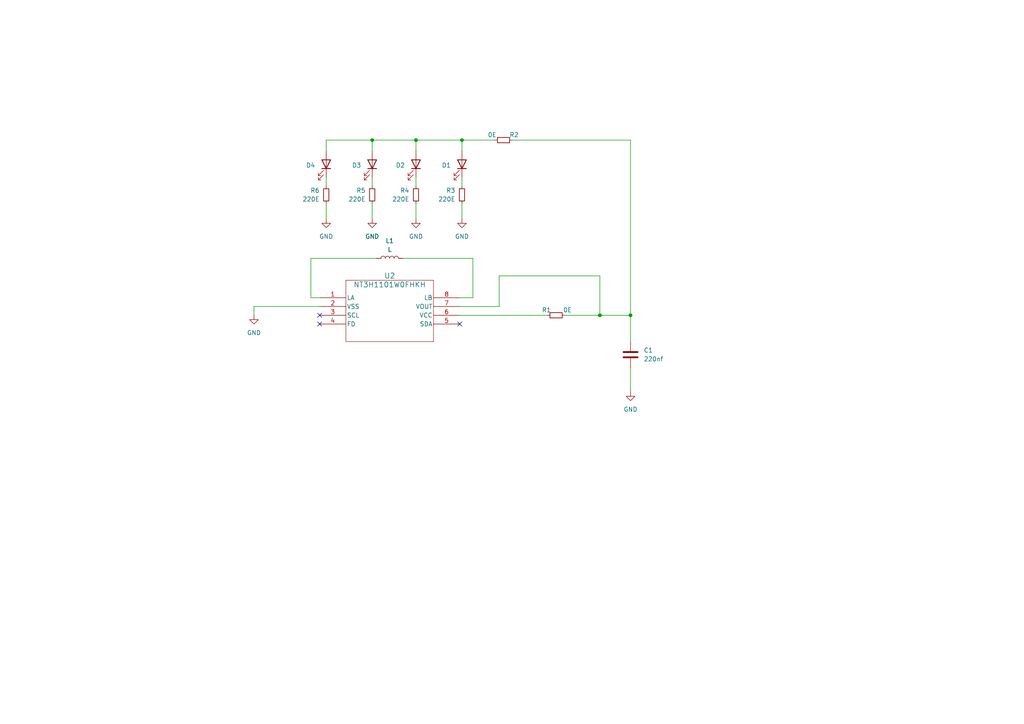
<source format=kicad_sch>
(kicad_sch
	(version 20250114)
	(generator "eeschema")
	(generator_version "9.0")
	(uuid "8267d26f-3b0e-4add-b84b-a41de040f399")
	(paper "A4")
	(lib_symbols
		(symbol "Device:C"
			(pin_numbers
				(hide yes)
			)
			(pin_names
				(offset 0.254)
			)
			(exclude_from_sim no)
			(in_bom yes)
			(on_board yes)
			(property "Reference" "C"
				(at 0.635 2.54 0)
				(effects
					(font
						(size 1.27 1.27)
					)
					(justify left)
				)
			)
			(property "Value" "C"
				(at 0.635 -2.54 0)
				(effects
					(font
						(size 1.27 1.27)
					)
					(justify left)
				)
			)
			(property "Footprint" ""
				(at 0.9652 -3.81 0)
				(effects
					(font
						(size 1.27 1.27)
					)
					(hide yes)
				)
			)
			(property "Datasheet" "~"
				(at 0 0 0)
				(effects
					(font
						(size 1.27 1.27)
					)
					(hide yes)
				)
			)
			(property "Description" "Unpolarized capacitor"
				(at 0 0 0)
				(effects
					(font
						(size 1.27 1.27)
					)
					(hide yes)
				)
			)
			(property "ki_keywords" "cap capacitor"
				(at 0 0 0)
				(effects
					(font
						(size 1.27 1.27)
					)
					(hide yes)
				)
			)
			(property "ki_fp_filters" "C_*"
				(at 0 0 0)
				(effects
					(font
						(size 1.27 1.27)
					)
					(hide yes)
				)
			)
			(symbol "C_0_1"
				(polyline
					(pts
						(xy -2.032 0.762) (xy 2.032 0.762)
					)
					(stroke
						(width 0.508)
						(type default)
					)
					(fill
						(type none)
					)
				)
				(polyline
					(pts
						(xy -2.032 -0.762) (xy 2.032 -0.762)
					)
					(stroke
						(width 0.508)
						(type default)
					)
					(fill
						(type none)
					)
				)
			)
			(symbol "C_1_1"
				(pin passive line
					(at 0 3.81 270)
					(length 2.794)
					(name "~"
						(effects
							(font
								(size 1.27 1.27)
							)
						)
					)
					(number "1"
						(effects
							(font
								(size 1.27 1.27)
							)
						)
					)
				)
				(pin passive line
					(at 0 -3.81 90)
					(length 2.794)
					(name "~"
						(effects
							(font
								(size 1.27 1.27)
							)
						)
					)
					(number "2"
						(effects
							(font
								(size 1.27 1.27)
							)
						)
					)
				)
			)
			(embedded_fonts no)
		)
		(symbol "Device:L"
			(pin_numbers
				(hide yes)
			)
			(pin_names
				(offset 1.016)
				(hide yes)
			)
			(exclude_from_sim no)
			(in_bom yes)
			(on_board yes)
			(property "Reference" "L"
				(at -1.27 0 90)
				(effects
					(font
						(size 1.27 1.27)
					)
				)
			)
			(property "Value" "L"
				(at 1.905 0 90)
				(effects
					(font
						(size 1.27 1.27)
					)
				)
			)
			(property "Footprint" ""
				(at 0 0 0)
				(effects
					(font
						(size 1.27 1.27)
					)
					(hide yes)
				)
			)
			(property "Datasheet" "~"
				(at 0 0 0)
				(effects
					(font
						(size 1.27 1.27)
					)
					(hide yes)
				)
			)
			(property "Description" "Inductor"
				(at 0 0 0)
				(effects
					(font
						(size 1.27 1.27)
					)
					(hide yes)
				)
			)
			(property "ki_keywords" "inductor choke coil reactor magnetic"
				(at 0 0 0)
				(effects
					(font
						(size 1.27 1.27)
					)
					(hide yes)
				)
			)
			(property "ki_fp_filters" "Choke_* *Coil* Inductor_* L_*"
				(at 0 0 0)
				(effects
					(font
						(size 1.27 1.27)
					)
					(hide yes)
				)
			)
			(symbol "L_0_1"
				(arc
					(start 0 2.54)
					(mid 0.6323 1.905)
					(end 0 1.27)
					(stroke
						(width 0)
						(type default)
					)
					(fill
						(type none)
					)
				)
				(arc
					(start 0 1.27)
					(mid 0.6323 0.635)
					(end 0 0)
					(stroke
						(width 0)
						(type default)
					)
					(fill
						(type none)
					)
				)
				(arc
					(start 0 0)
					(mid 0.6323 -0.635)
					(end 0 -1.27)
					(stroke
						(width 0)
						(type default)
					)
					(fill
						(type none)
					)
				)
				(arc
					(start 0 -1.27)
					(mid 0.6323 -1.905)
					(end 0 -2.54)
					(stroke
						(width 0)
						(type default)
					)
					(fill
						(type none)
					)
				)
			)
			(symbol "L_1_1"
				(pin passive line
					(at 0 3.81 270)
					(length 1.27)
					(name "1"
						(effects
							(font
								(size 1.27 1.27)
							)
						)
					)
					(number "1"
						(effects
							(font
								(size 1.27 1.27)
							)
						)
					)
				)
				(pin passive line
					(at 0 -3.81 90)
					(length 1.27)
					(name "2"
						(effects
							(font
								(size 1.27 1.27)
							)
						)
					)
					(number "2"
						(effects
							(font
								(size 1.27 1.27)
							)
						)
					)
				)
			)
			(embedded_fonts no)
		)
		(symbol "Device:LED"
			(pin_numbers
				(hide yes)
			)
			(pin_names
				(offset 1.016)
				(hide yes)
			)
			(exclude_from_sim no)
			(in_bom yes)
			(on_board yes)
			(property "Reference" "D"
				(at 0 2.54 0)
				(effects
					(font
						(size 1.27 1.27)
					)
				)
			)
			(property "Value" "LED"
				(at 0 -2.54 0)
				(effects
					(font
						(size 1.27 1.27)
					)
				)
			)
			(property "Footprint" ""
				(at 0 0 0)
				(effects
					(font
						(size 1.27 1.27)
					)
					(hide yes)
				)
			)
			(property "Datasheet" "~"
				(at 0 0 0)
				(effects
					(font
						(size 1.27 1.27)
					)
					(hide yes)
				)
			)
			(property "Description" "Light emitting diode"
				(at 0 0 0)
				(effects
					(font
						(size 1.27 1.27)
					)
					(hide yes)
				)
			)
			(property "ki_keywords" "LED diode"
				(at 0 0 0)
				(effects
					(font
						(size 1.27 1.27)
					)
					(hide yes)
				)
			)
			(property "ki_fp_filters" "LED* LED_SMD:* LED_THT:*"
				(at 0 0 0)
				(effects
					(font
						(size 1.27 1.27)
					)
					(hide yes)
				)
			)
			(symbol "LED_0_1"
				(polyline
					(pts
						(xy -3.048 -0.762) (xy -4.572 -2.286) (xy -3.81 -2.286) (xy -4.572 -2.286) (xy -4.572 -1.524)
					)
					(stroke
						(width 0)
						(type default)
					)
					(fill
						(type none)
					)
				)
				(polyline
					(pts
						(xy -1.778 -0.762) (xy -3.302 -2.286) (xy -2.54 -2.286) (xy -3.302 -2.286) (xy -3.302 -1.524)
					)
					(stroke
						(width 0)
						(type default)
					)
					(fill
						(type none)
					)
				)
				(polyline
					(pts
						(xy -1.27 0) (xy 1.27 0)
					)
					(stroke
						(width 0)
						(type default)
					)
					(fill
						(type none)
					)
				)
				(polyline
					(pts
						(xy -1.27 -1.27) (xy -1.27 1.27)
					)
					(stroke
						(width 0.254)
						(type default)
					)
					(fill
						(type none)
					)
				)
				(polyline
					(pts
						(xy 1.27 -1.27) (xy 1.27 1.27) (xy -1.27 0) (xy 1.27 -1.27)
					)
					(stroke
						(width 0.254)
						(type default)
					)
					(fill
						(type none)
					)
				)
			)
			(symbol "LED_1_1"
				(pin passive line
					(at -3.81 0 0)
					(length 2.54)
					(name "K"
						(effects
							(font
								(size 1.27 1.27)
							)
						)
					)
					(number "1"
						(effects
							(font
								(size 1.27 1.27)
							)
						)
					)
				)
				(pin passive line
					(at 3.81 0 180)
					(length 2.54)
					(name "A"
						(effects
							(font
								(size 1.27 1.27)
							)
						)
					)
					(number "2"
						(effects
							(font
								(size 1.27 1.27)
							)
						)
					)
				)
			)
			(embedded_fonts no)
		)
		(symbol "Device:R_Small"
			(pin_numbers
				(hide yes)
			)
			(pin_names
				(offset 0.254)
				(hide yes)
			)
			(exclude_from_sim no)
			(in_bom yes)
			(on_board yes)
			(property "Reference" "R"
				(at 0.762 0.508 0)
				(effects
					(font
						(size 1.27 1.27)
					)
					(justify left)
				)
			)
			(property "Value" "R_Small"
				(at 0.762 -1.016 0)
				(effects
					(font
						(size 1.27 1.27)
					)
					(justify left)
				)
			)
			(property "Footprint" ""
				(at 0 0 0)
				(effects
					(font
						(size 1.27 1.27)
					)
					(hide yes)
				)
			)
			(property "Datasheet" "~"
				(at 0 0 0)
				(effects
					(font
						(size 1.27 1.27)
					)
					(hide yes)
				)
			)
			(property "Description" "Resistor, small symbol"
				(at 0 0 0)
				(effects
					(font
						(size 1.27 1.27)
					)
					(hide yes)
				)
			)
			(property "ki_keywords" "R resistor"
				(at 0 0 0)
				(effects
					(font
						(size 1.27 1.27)
					)
					(hide yes)
				)
			)
			(property "ki_fp_filters" "R_*"
				(at 0 0 0)
				(effects
					(font
						(size 1.27 1.27)
					)
					(hide yes)
				)
			)
			(symbol "R_Small_0_1"
				(rectangle
					(start -0.762 1.778)
					(end 0.762 -1.778)
					(stroke
						(width 0.2032)
						(type default)
					)
					(fill
						(type none)
					)
				)
			)
			(symbol "R_Small_1_1"
				(pin passive line
					(at 0 2.54 270)
					(length 0.762)
					(name "~"
						(effects
							(font
								(size 1.27 1.27)
							)
						)
					)
					(number "1"
						(effects
							(font
								(size 1.27 1.27)
							)
						)
					)
				)
				(pin passive line
					(at 0 -2.54 90)
					(length 0.762)
					(name "~"
						(effects
							(font
								(size 1.27 1.27)
							)
						)
					)
					(number "2"
						(effects
							(font
								(size 1.27 1.27)
							)
						)
					)
				)
			)
			(embedded_fonts no)
		)
		(symbol "NT3H1101W0FHKH_1"
			(pin_names
				(offset 0.254)
			)
			(exclude_from_sim no)
			(in_bom yes)
			(on_board yes)
			(property "Reference" "U"
				(at 20.32 10.16 0)
				(effects
					(font
						(size 1.524 1.524)
					)
				)
			)
			(property "Value" "NT3H1101W0FHKH"
				(at 20.32 7.62 0)
				(effects
					(font
						(size 1.524 1.524)
					)
				)
			)
			(property "Footprint" "XQFN8_NT3H1101_NXP"
				(at 0 0 0)
				(effects
					(font
						(size 1.27 1.27)
						(italic yes)
					)
					(hide yes)
				)
			)
			(property "Datasheet" "NT3H1101W0FHKH"
				(at 0 0 0)
				(effects
					(font
						(size 1.27 1.27)
						(italic yes)
					)
					(hide yes)
				)
			)
			(property "Description" ""
				(at 0 0 0)
				(effects
					(font
						(size 1.27 1.27)
					)
					(hide yes)
				)
			)
			(property "ki_locked" ""
				(at 0 0 0)
				(effects
					(font
						(size 1.27 1.27)
					)
				)
			)
			(property "ki_keywords" "NT3H1101W0FHKH"
				(at 0 0 0)
				(effects
					(font
						(size 1.27 1.27)
					)
					(hide yes)
				)
			)
			(property "ki_fp_filters" "XQFN8_NT3H1101_NXP XQFN8_NT3H1101_NXP-M XQFN8_NT3H1101_NXP-L"
				(at 0 0 0)
				(effects
					(font
						(size 1.27 1.27)
					)
					(hide yes)
				)
			)
			(symbol "NT3H1101W0FHKH_1_0_1"
				(polyline
					(pts
						(xy 7.62 5.08) (xy 7.62 -12.7)
					)
					(stroke
						(width 0.127)
						(type default)
					)
					(fill
						(type none)
					)
				)
				(polyline
					(pts
						(xy 7.62 -12.7) (xy 33.02 -12.7)
					)
					(stroke
						(width 0.127)
						(type default)
					)
					(fill
						(type none)
					)
				)
				(polyline
					(pts
						(xy 33.02 5.08) (xy 7.62 5.08)
					)
					(stroke
						(width 0.127)
						(type default)
					)
					(fill
						(type none)
					)
				)
				(polyline
					(pts
						(xy 33.02 -12.7) (xy 33.02 5.08)
					)
					(stroke
						(width 0.127)
						(type default)
					)
					(fill
						(type none)
					)
				)
				(pin unspecified line
					(at 0 0 0)
					(length 7.62)
					(name "LA"
						(effects
							(font
								(size 1.27 1.27)
							)
						)
					)
					(number "1"
						(effects
							(font
								(size 1.27 1.27)
							)
						)
					)
				)
				(pin power_out line
					(at 0 -2.54 0)
					(length 7.62)
					(name "VSS"
						(effects
							(font
								(size 1.27 1.27)
							)
						)
					)
					(number "2"
						(effects
							(font
								(size 1.27 1.27)
							)
						)
					)
				)
				(pin unspecified line
					(at 0 -5.08 0)
					(length 7.62)
					(name "SCL"
						(effects
							(font
								(size 1.27 1.27)
							)
						)
					)
					(number "3"
						(effects
							(font
								(size 1.27 1.27)
							)
						)
					)
				)
				(pin unspecified line
					(at 0 -7.62 0)
					(length 7.62)
					(name "FD"
						(effects
							(font
								(size 1.27 1.27)
							)
						)
					)
					(number "4"
						(effects
							(font
								(size 1.27 1.27)
							)
						)
					)
				)
				(pin unspecified line
					(at 40.64 0 180)
					(length 7.62)
					(name "LB"
						(effects
							(font
								(size 1.27 1.27)
							)
						)
					)
					(number "8"
						(effects
							(font
								(size 1.27 1.27)
							)
						)
					)
				)
				(pin output line
					(at 40.64 -2.54 180)
					(length 7.62)
					(name "VOUT"
						(effects
							(font
								(size 1.27 1.27)
							)
						)
					)
					(number "7"
						(effects
							(font
								(size 1.27 1.27)
							)
						)
					)
				)
				(pin power_in line
					(at 40.64 -5.08 180)
					(length 7.62)
					(name "VCC"
						(effects
							(font
								(size 1.27 1.27)
							)
						)
					)
					(number "6"
						(effects
							(font
								(size 1.27 1.27)
							)
						)
					)
				)
				(pin unspecified line
					(at 40.64 -7.62 180)
					(length 7.62)
					(name "SDA"
						(effects
							(font
								(size 1.27 1.27)
							)
						)
					)
					(number "5"
						(effects
							(font
								(size 1.27 1.27)
							)
						)
					)
				)
			)
			(embedded_fonts no)
		)
		(symbol "power:GND"
			(power)
			(pin_names
				(offset 0)
			)
			(exclude_from_sim no)
			(in_bom yes)
			(on_board yes)
			(property "Reference" "#PWR"
				(at 0 -6.35 0)
				(effects
					(font
						(size 1.27 1.27)
					)
					(hide yes)
				)
			)
			(property "Value" "GND"
				(at 0 -3.81 0)
				(effects
					(font
						(size 1.27 1.27)
					)
				)
			)
			(property "Footprint" ""
				(at 0 0 0)
				(effects
					(font
						(size 1.27 1.27)
					)
					(hide yes)
				)
			)
			(property "Datasheet" ""
				(at 0 0 0)
				(effects
					(font
						(size 1.27 1.27)
					)
					(hide yes)
				)
			)
			(property "Description" "Power symbol creates a global label with name \"GND\" , ground"
				(at 0 0 0)
				(effects
					(font
						(size 1.27 1.27)
					)
					(hide yes)
				)
			)
			(property "ki_keywords" "power-flag"
				(at 0 0 0)
				(effects
					(font
						(size 1.27 1.27)
					)
					(hide yes)
				)
			)
			(symbol "GND_0_1"
				(polyline
					(pts
						(xy 0 0) (xy 0 -1.27) (xy 1.27 -1.27) (xy 0 -2.54) (xy -1.27 -1.27) (xy 0 -1.27)
					)
					(stroke
						(width 0)
						(type default)
					)
					(fill
						(type none)
					)
				)
			)
			(symbol "GND_1_1"
				(pin power_in line
					(at 0 0 270)
					(length 0)
					(hide yes)
					(name "GND"
						(effects
							(font
								(size 1.27 1.27)
							)
						)
					)
					(number "1"
						(effects
							(font
								(size 1.27 1.27)
							)
						)
					)
				)
			)
			(embedded_fonts no)
		)
	)
	(junction
		(at 133.985 40.64)
		(diameter 0)
		(color 0 0 0 0)
		(uuid "37386ffc-7bfa-43da-ab95-757e6819a2d3")
	)
	(junction
		(at 173.99 91.44)
		(diameter 0)
		(color 0 0 0 0)
		(uuid "4058ff7b-980d-417d-9d8b-6c37ed7a830b")
	)
	(junction
		(at 107.95 40.64)
		(diameter 0)
		(color 0 0 0 0)
		(uuid "ad5372d5-8502-4d70-ad7c-aa2f3b2f3f0f")
	)
	(junction
		(at 120.65 40.64)
		(diameter 0)
		(color 0 0 0 0)
		(uuid "c58e0dc2-256d-4988-b6a0-4bd2f3010c8e")
	)
	(junction
		(at 182.88 91.44)
		(diameter 0)
		(color 0 0 0 0)
		(uuid "eaa46994-5f01-4827-903f-d38db8c2f206")
	)
	(no_connect
		(at 92.71 91.44)
		(uuid "2e4fed5b-002d-4b98-b532-b9675270b0c6")
	)
	(no_connect
		(at 133.35 93.98)
		(uuid "9af33226-c212-4486-a929-77c8ed5fb96e")
	)
	(no_connect
		(at 92.71 93.98)
		(uuid "da9fc8c3-3294-4269-8a10-10c0465cd62f")
	)
	(wire
		(pts
			(xy 120.65 40.64) (xy 120.65 43.815)
		)
		(stroke
			(width 0)
			(type default)
		)
		(uuid "0692b572-dc97-432c-9ba4-5829bb4e2674")
	)
	(wire
		(pts
			(xy 133.35 88.9) (xy 144.78 88.9)
		)
		(stroke
			(width 0)
			(type default)
		)
		(uuid "0e62de9b-6bd2-4e5d-8429-eaed994957ca")
	)
	(wire
		(pts
			(xy 133.985 40.64) (xy 133.985 43.815)
		)
		(stroke
			(width 0)
			(type default)
		)
		(uuid "105aeca6-e713-4154-9fab-b325fbb238bf")
	)
	(wire
		(pts
			(xy 163.83 91.44) (xy 173.99 91.44)
		)
		(stroke
			(width 0)
			(type default)
		)
		(uuid "10da7697-f0b9-42b5-a84f-303fccb00792")
	)
	(wire
		(pts
			(xy 116.84 74.93) (xy 137.16 74.93)
		)
		(stroke
			(width 0)
			(type default)
		)
		(uuid "15043329-6533-429c-b436-e6d9a90c2652")
	)
	(wire
		(pts
			(xy 94.615 43.815) (xy 94.615 40.64)
		)
		(stroke
			(width 0)
			(type default)
		)
		(uuid "21b0239d-4cc5-4462-b0c0-6fcff35090e4")
	)
	(wire
		(pts
			(xy 133.985 51.435) (xy 133.985 53.975)
		)
		(stroke
			(width 0)
			(type default)
		)
		(uuid "2369b097-3997-4b0e-ba6d-dc65a15ee647")
	)
	(wire
		(pts
			(xy 120.65 51.435) (xy 120.65 53.975)
		)
		(stroke
			(width 0)
			(type default)
		)
		(uuid "254c8082-567b-4169-9b9e-2172aac15e9c")
	)
	(wire
		(pts
			(xy 94.615 59.055) (xy 94.615 63.5)
		)
		(stroke
			(width 0)
			(type default)
		)
		(uuid "256a8cdb-c588-43ff-9872-31a3ba801a44")
	)
	(wire
		(pts
			(xy 92.71 86.36) (xy 90.17 86.36)
		)
		(stroke
			(width 0)
			(type default)
		)
		(uuid "28d89704-9a9f-4261-b44f-e9b09642139d")
	)
	(wire
		(pts
			(xy 144.78 88.9) (xy 144.78 80.01)
		)
		(stroke
			(width 0)
			(type default)
		)
		(uuid "34cd61a2-f8e7-43a0-b100-264b6dbdd652")
	)
	(wire
		(pts
			(xy 107.95 59.055) (xy 107.95 63.5)
		)
		(stroke
			(width 0)
			(type default)
		)
		(uuid "359a8ae0-06d7-457c-b8dc-784b9dc3be65")
	)
	(wire
		(pts
			(xy 90.17 86.36) (xy 90.17 74.93)
		)
		(stroke
			(width 0)
			(type default)
		)
		(uuid "37053fd1-267a-429b-a1ea-1c55cc0e3ee9")
	)
	(wire
		(pts
			(xy 107.95 40.64) (xy 120.65 40.64)
		)
		(stroke
			(width 0)
			(type default)
		)
		(uuid "42fcf1b9-8d02-4601-8eaf-201d10380300")
	)
	(wire
		(pts
			(xy 133.35 91.44) (xy 158.75 91.44)
		)
		(stroke
			(width 0)
			(type default)
		)
		(uuid "4585de92-0f4c-4ea3-ad87-bd4b7d4bdfe7")
	)
	(wire
		(pts
			(xy 173.99 91.44) (xy 182.88 91.44)
		)
		(stroke
			(width 0)
			(type default)
		)
		(uuid "4a1ea3aa-5742-435f-a0e3-cb6c0c955c4b")
	)
	(wire
		(pts
			(xy 182.88 40.64) (xy 148.59 40.64)
		)
		(stroke
			(width 0)
			(type default)
		)
		(uuid "50e834e8-6698-426b-910a-e5394a07e2ed")
	)
	(wire
		(pts
			(xy 90.17 74.93) (xy 109.22 74.93)
		)
		(stroke
			(width 0)
			(type default)
		)
		(uuid "55142cd3-5b0b-42fe-b8f7-27d07c6579f7")
	)
	(wire
		(pts
			(xy 182.88 99.06) (xy 182.88 91.44)
		)
		(stroke
			(width 0)
			(type default)
		)
		(uuid "5cbb9f95-2e2e-4528-9513-945ce642d831")
	)
	(wire
		(pts
			(xy 120.65 40.64) (xy 133.985 40.64)
		)
		(stroke
			(width 0)
			(type default)
		)
		(uuid "5e70c39e-7729-4d20-9f0f-f91842f42ca2")
	)
	(wire
		(pts
			(xy 107.95 51.435) (xy 107.95 53.975)
		)
		(stroke
			(width 0)
			(type default)
		)
		(uuid "6cb20960-f9f0-4fce-bae0-5fb227fd2520")
	)
	(wire
		(pts
			(xy 107.95 40.64) (xy 107.95 43.815)
		)
		(stroke
			(width 0)
			(type default)
		)
		(uuid "70a41ef5-71c0-4006-b517-742e5c06ed8c")
	)
	(wire
		(pts
			(xy 73.66 88.9) (xy 73.66 91.44)
		)
		(stroke
			(width 0)
			(type default)
		)
		(uuid "70e81617-1fc1-4bb1-80a9-e04873f57b4a")
	)
	(wire
		(pts
			(xy 182.88 91.44) (xy 182.88 40.64)
		)
		(stroke
			(width 0)
			(type default)
		)
		(uuid "7c43f2c0-ce19-4542-bf4a-e8585cec9860")
	)
	(wire
		(pts
			(xy 94.615 51.435) (xy 94.615 53.975)
		)
		(stroke
			(width 0)
			(type default)
		)
		(uuid "8802ed53-1cf0-403e-8b2b-bd839a65255b")
	)
	(wire
		(pts
			(xy 137.16 86.36) (xy 133.35 86.36)
		)
		(stroke
			(width 0)
			(type default)
		)
		(uuid "8a5e1d1b-63d8-42f5-a3c7-d565e653ba46")
	)
	(wire
		(pts
			(xy 73.66 88.9) (xy 92.71 88.9)
		)
		(stroke
			(width 0)
			(type default)
		)
		(uuid "92a5db19-fa3a-4fa6-a961-035c67231400")
	)
	(wire
		(pts
			(xy 182.88 106.68) (xy 182.88 113.665)
		)
		(stroke
			(width 0)
			(type default)
		)
		(uuid "9678cbee-eafd-4616-b6e7-9e1053baaf49")
	)
	(wire
		(pts
			(xy 120.65 59.055) (xy 120.65 63.5)
		)
		(stroke
			(width 0)
			(type default)
		)
		(uuid "c42dd4bf-78b6-4ff8-96a0-7da9968721c9")
	)
	(wire
		(pts
			(xy 137.16 74.93) (xy 137.16 86.36)
		)
		(stroke
			(width 0)
			(type default)
		)
		(uuid "c4554c89-a64c-4319-98b4-4309e4df2360")
	)
	(wire
		(pts
			(xy 133.985 59.055) (xy 133.985 63.5)
		)
		(stroke
			(width 0)
			(type default)
		)
		(uuid "d02c82e0-e381-4d37-b784-3bc01b66f03b")
	)
	(wire
		(pts
			(xy 173.99 80.01) (xy 173.99 91.44)
		)
		(stroke
			(width 0)
			(type default)
		)
		(uuid "d51b33a8-5039-41ab-88cc-4540c6e4d5b2")
	)
	(wire
		(pts
			(xy 143.51 40.64) (xy 133.985 40.64)
		)
		(stroke
			(width 0)
			(type default)
		)
		(uuid "e3201043-c41e-4320-a75b-250ba7b44d53")
	)
	(wire
		(pts
			(xy 94.615 40.64) (xy 107.95 40.64)
		)
		(stroke
			(width 0)
			(type default)
		)
		(uuid "f20ed175-c3ed-46b5-b525-32131ac8926e")
	)
	(wire
		(pts
			(xy 144.78 80.01) (xy 173.99 80.01)
		)
		(stroke
			(width 0)
			(type default)
		)
		(uuid "f61711b9-433e-40e2-bf4a-3732382a922f")
	)
	(symbol
		(lib_id "power:GND")
		(at 120.65 63.5 0)
		(mirror y)
		(unit 1)
		(exclude_from_sim no)
		(in_bom yes)
		(on_board yes)
		(dnp no)
		(fields_autoplaced yes)
		(uuid "3f2a2a50-aa78-435f-a3ec-199d791b0813")
		(property "Reference" "#PWR04"
			(at 120.65 69.85 0)
			(effects
				(font
					(size 1.27 1.27)
				)
				(hide yes)
			)
		)
		(property "Value" "GND"
			(at 120.65 68.58 0)
			(effects
				(font
					(size 1.27 1.27)
				)
			)
		)
		(property "Footprint" ""
			(at 120.65 63.5 0)
			(effects
				(font
					(size 1.27 1.27)
				)
				(hide yes)
			)
		)
		(property "Datasheet" ""
			(at 120.65 63.5 0)
			(effects
				(font
					(size 1.27 1.27)
				)
				(hide yes)
			)
		)
		(property "Description" ""
			(at 120.65 63.5 0)
			(effects
				(font
					(size 1.27 1.27)
				)
				(hide yes)
			)
		)
		(pin "1"
			(uuid "1db53edb-3742-4a2b-b2c8-352cae8fae56")
		)
		(instances
			(project ""
				(path "/7f5acc34-4bdc-4614-918e-a91e0be7a014"
					(reference "#PWR04")
					(unit 1)
				)
			)
			(project "TARJETA DE PRESENTACION 2"
				(path "/8267d26f-3b0e-4add-b84b-a41de040f399"
					(reference "#PWR04")
					(unit 1)
				)
			)
		)
	)
	(symbol
		(lib_id "power:GND")
		(at 133.985 63.5 0)
		(mirror y)
		(unit 1)
		(exclude_from_sim no)
		(in_bom yes)
		(on_board yes)
		(dnp no)
		(fields_autoplaced yes)
		(uuid "62dee1d6-abf8-4386-b05c-74b5a6eb260a")
		(property "Reference" "#PWR03"
			(at 133.985 69.85 0)
			(effects
				(font
					(size 1.27 1.27)
				)
				(hide yes)
			)
		)
		(property "Value" "GND"
			(at 133.985 68.58 0)
			(effects
				(font
					(size 1.27 1.27)
				)
			)
		)
		(property "Footprint" ""
			(at 133.985 63.5 0)
			(effects
				(font
					(size 1.27 1.27)
				)
				(hide yes)
			)
		)
		(property "Datasheet" ""
			(at 133.985 63.5 0)
			(effects
				(font
					(size 1.27 1.27)
				)
				(hide yes)
			)
		)
		(property "Description" ""
			(at 133.985 63.5 0)
			(effects
				(font
					(size 1.27 1.27)
				)
				(hide yes)
			)
		)
		(pin "1"
			(uuid "0946d62e-c702-4855-83b3-e13348e6af3d")
		)
		(instances
			(project ""
				(path "/7f5acc34-4bdc-4614-918e-a91e0be7a014"
					(reference "#PWR03")
					(unit 1)
				)
			)
			(project "TARJETA DE PRESENTACION 2"
				(path "/8267d26f-3b0e-4add-b84b-a41de040f399"
					(reference "#PWR03")
					(unit 1)
				)
			)
		)
	)
	(symbol
		(lib_id "Device:C")
		(at 182.88 102.87 0)
		(unit 1)
		(exclude_from_sim no)
		(in_bom yes)
		(on_board yes)
		(dnp no)
		(fields_autoplaced yes)
		(uuid "6afa757b-8ca7-404f-bc20-5f683361bd6d")
		(property "Reference" "C1"
			(at 186.69 101.5999 0)
			(effects
				(font
					(size 1.27 1.27)
				)
				(justify left)
			)
		)
		(property "Value" "220nf"
			(at 186.69 104.1399 0)
			(effects
				(font
					(size 1.27 1.27)
				)
				(justify left)
			)
		)
		(property "Footprint" "Capacitor_SMD:C_0805_2012Metric"
			(at 183.8452 106.68 0)
			(effects
				(font
					(size 1.27 1.27)
				)
				(hide yes)
			)
		)
		(property "Datasheet" "~"
			(at 182.88 102.87 0)
			(effects
				(font
					(size 1.27 1.27)
				)
				(hide yes)
			)
		)
		(property "Description" ""
			(at 182.88 102.87 0)
			(effects
				(font
					(size 1.27 1.27)
				)
				(hide yes)
			)
		)
		(property "LCSC PN" "C163697"
			(at 182.88 102.87 0)
			(effects
				(font
					(size 1.27 1.27)
				)
				(hide yes)
			)
		)
		(property "LINK VENDOR" "https://www.lcsc.com/product-detail/Multilayer-Ceramic-Capacitors-MLCC-SMD-SMT_FH-Guangdong-Fenghua-Advanced-Tech-0805B224K500NT_C163697.html"
			(at 182.88 102.87 0)
			(effects
				(font
					(size 1.27 1.27)
				)
				(hide yes)
			)
		)
		(pin "1"
			(uuid "cdb3d52e-7d61-4432-aebf-44edde9e6218")
		)
		(pin "2"
			(uuid "ffae792f-71ac-49fe-935f-3fc508041663")
		)
		(instances
			(project ""
				(path "/7f5acc34-4bdc-4614-918e-a91e0be7a014"
					(reference "C1")
					(unit 1)
				)
			)
			(project "TARJETA DE PRESENTACION 2"
				(path "/8267d26f-3b0e-4add-b84b-a41de040f399"
					(reference "C1")
					(unit 1)
				)
			)
		)
	)
	(symbol
		(lib_id "Device:R_Small")
		(at 133.985 56.515 0)
		(mirror y)
		(unit 1)
		(exclude_from_sim no)
		(in_bom yes)
		(on_board yes)
		(dnp no)
		(fields_autoplaced yes)
		(uuid "7532b1ab-2490-4c8c-ac44-94c1bd48cbda")
		(property "Reference" "R3"
			(at 132.08 55.2449 0)
			(effects
				(font
					(size 1.27 1.27)
				)
				(justify left)
			)
		)
		(property "Value" "220E"
			(at 132.08 57.7849 0)
			(effects
				(font
					(size 1.27 1.27)
				)
				(justify left)
			)
		)
		(property "Footprint" "Resistor_SMD:R_0805_2012Metric"
			(at 133.985 56.515 0)
			(effects
				(font
					(size 1.27 1.27)
				)
				(hide yes)
			)
		)
		(property "Datasheet" "~"
			(at 133.985 56.515 0)
			(effects
				(font
					(size 1.27 1.27)
				)
				(hide yes)
			)
		)
		(property "Description" ""
			(at 133.985 56.515 0)
			(effects
				(font
					(size 1.27 1.27)
				)
				(hide yes)
			)
		)
		(property "LCSC PN" "C17557"
			(at 133.985 56.515 0)
			(effects
				(font
					(size 1.27 1.27)
				)
				(hide yes)
			)
		)
		(property "LINK VENDOR" "https://www.lcsc.com/product-detail/Chip-Resistor-Surface-Mount_UNI-ROYAL-Uniroyal-Elec-0805W8F2200T5E_C17557.html"
			(at 133.985 56.515 0)
			(effects
				(font
					(size 1.27 1.27)
				)
				(hide yes)
			)
		)
		(pin "1"
			(uuid "a2771df9-2544-40e8-8282-6b9377926bb5")
		)
		(pin "2"
			(uuid "cee8689f-380e-49f1-ab5f-3d8430397606")
		)
		(instances
			(project ""
				(path "/7f5acc34-4bdc-4614-918e-a91e0be7a014"
					(reference "R3")
					(unit 1)
				)
			)
			(project "TARJETA DE PRESENTACION 2"
				(path "/8267d26f-3b0e-4add-b84b-a41de040f399"
					(reference "R3")
					(unit 1)
				)
			)
		)
	)
	(symbol
		(lib_id "Device:L")
		(at 113.03 74.93 90)
		(unit 1)
		(exclude_from_sim no)
		(in_bom yes)
		(on_board yes)
		(dnp no)
		(fields_autoplaced yes)
		(uuid "76640cd6-f397-42b1-9db6-e98ef6478006")
		(property "Reference" "L1"
			(at 113.03 69.85 90)
			(effects
				(font
					(size 1.27 1.27)
				)
			)
		)
		(property "Value" "L"
			(at 113.03 72.39 90)
			(effects
				(font
					(size 1.27 1.27)
				)
			)
		)
		(property "Footprint" ""
			(at 113.03 74.93 0)
			(effects
				(font
					(size 1.27 1.27)
				)
				(hide yes)
			)
		)
		(property "Datasheet" "~"
			(at 113.03 74.93 0)
			(effects
				(font
					(size 1.27 1.27)
				)
				(hide yes)
			)
		)
		(property "Description" ""
			(at 113.03 74.93 0)
			(effects
				(font
					(size 1.27 1.27)
				)
				(hide yes)
			)
		)
		(property "LCSC PN" ""
			(at 113.03 74.93 0)
			(effects
				(font
					(size 1.27 1.27)
				)
				(hide yes)
			)
		)
		(property "LINK VENDOR" ""
			(at 113.03 74.93 0)
			(effects
				(font
					(size 1.27 1.27)
				)
				(hide yes)
			)
		)
		(pin "2"
			(uuid "b819e5c1-a0e6-4aa9-bd2c-e84bd1b3355f")
		)
		(pin "1"
			(uuid "882f692f-809e-4b96-bc11-53029d751dca")
		)
		(instances
			(project "TARJETA DE PRESENTACION 2"
				(path "/8267d26f-3b0e-4add-b84b-a41de040f399"
					(reference "L1")
					(unit 1)
				)
			)
		)
	)
	(symbol
		(lib_id "Device:LED")
		(at 94.615 47.625 270)
		(mirror x)
		(unit 1)
		(exclude_from_sim no)
		(in_bom yes)
		(on_board yes)
		(dnp no)
		(fields_autoplaced yes)
		(uuid "8c38e8ab-5b4f-4e57-ab11-a5262986d6e5")
		(property "Reference" "D4"
			(at 91.44 47.9424 90)
			(effects
				(font
					(size 1.27 1.27)
				)
				(justify right)
			)
		)
		(property "Value" "LED"
			(at 91.44 50.4824 90)
			(effects
				(font
					(size 1.27 1.27)
				)
				(justify right)
				(hide yes)
			)
		)
		(property "Footprint" "LED_SMD:LED_0805_2012Metric"
			(at 94.615 47.625 0)
			(effects
				(font
					(size 1.27 1.27)
				)
				(hide yes)
			)
		)
		(property "Datasheet" "~"
			(at 94.615 47.625 0)
			(effects
				(font
					(size 1.27 1.27)
				)
				(hide yes)
			)
		)
		(property "Description" ""
			(at 94.615 47.625 0)
			(effects
				(font
					(size 1.27 1.27)
				)
				(hide yes)
			)
		)
		(property "LCSC PN" "C19171393"
			(at 94.615 47.625 0)
			(effects
				(font
					(size 1.27 1.27)
				)
				(hide yes)
			)
		)
		(property "LINK VENDOR" "https://www.lcsc.com/product-detail/span-style-background-color-ff0-LED-span-Indication-Discrete_YONGYUTAI-YLED0805YG_C19171393.html"
			(at 94.615 47.625 0)
			(effects
				(font
					(size 1.27 1.27)
				)
				(hide yes)
			)
		)
		(pin "1"
			(uuid "b74fc196-1355-45b4-8389-4010339b296c")
		)
		(pin "2"
			(uuid "ba5a8b00-f783-49bf-a9b6-d2cdaee85f3c")
		)
		(instances
			(project ""
				(path "/7f5acc34-4bdc-4614-918e-a91e0be7a014"
					(reference "D4")
					(unit 1)
				)
			)
			(project "TARJETA DE PRESENTACION 2"
				(path "/8267d26f-3b0e-4add-b84b-a41de040f399"
					(reference "D4")
					(unit 1)
				)
			)
		)
	)
	(symbol
		(lib_id "Device:R_Small")
		(at 161.29 91.44 90)
		(unit 1)
		(exclude_from_sim no)
		(in_bom yes)
		(on_board yes)
		(dnp no)
		(uuid "96e69dbe-feee-446c-990c-f94b2a246396")
		(property "Reference" "R1"
			(at 158.496 89.916 90)
			(effects
				(font
					(size 1.27 1.27)
				)
			)
		)
		(property "Value" "0E"
			(at 164.592 89.916 90)
			(effects
				(font
					(size 1.27 1.27)
				)
			)
		)
		(property "Footprint" "Resistor_SMD:R_0805_2012Metric"
			(at 161.29 91.44 0)
			(effects
				(font
					(size 1.27 1.27)
				)
				(hide yes)
			)
		)
		(property "Datasheet" "~"
			(at 161.29 91.44 0)
			(effects
				(font
					(size 1.27 1.27)
				)
				(hide yes)
			)
		)
		(property "Description" ""
			(at 161.29 91.44 0)
			(effects
				(font
					(size 1.27 1.27)
				)
				(hide yes)
			)
		)
		(property "LCSC PN" "C17477"
			(at 161.29 91.44 0)
			(effects
				(font
					(size 1.27 1.27)
				)
				(hide yes)
			)
		)
		(property "LINK VENDOR" "https://www.lcsc.com/product-detail/Chip-Resistor-Surface-Mount_UNI-ROYAL-Uniroyal-Elec-0805W8F0000T5E_C17477.html"
			(at 161.29 91.44 0)
			(effects
				(font
					(size 1.27 1.27)
				)
				(hide yes)
			)
		)
		(pin "1"
			(uuid "7b9bd5aa-6aa1-4a40-978f-64f52f02ee2a")
		)
		(pin "2"
			(uuid "f2284fc4-3c3b-4226-a910-033e7af54b22")
		)
		(instances
			(project ""
				(path "/7f5acc34-4bdc-4614-918e-a91e0be7a014"
					(reference "R1")
					(unit 1)
				)
			)
			(project "TARJETA DE PRESENTACION 2"
				(path "/8267d26f-3b0e-4add-b84b-a41de040f399"
					(reference "R1")
					(unit 1)
				)
			)
		)
	)
	(symbol
		(lib_id "power:GND")
		(at 107.95 63.5 0)
		(mirror y)
		(unit 1)
		(exclude_from_sim no)
		(in_bom yes)
		(on_board yes)
		(dnp no)
		(fields_autoplaced yes)
		(uuid "9e99299a-a4a4-42c3-be7e-f33151316d8a")
		(property "Reference" "#PWR05"
			(at 107.95 69.85 0)
			(effects
				(font
					(size 1.27 1.27)
				)
				(hide yes)
			)
		)
		(property "Value" "GND"
			(at 107.95 68.58 0)
			(effects
				(font
					(size 1.27 1.27)
				)
			)
		)
		(property "Footprint" ""
			(at 107.95 63.5 0)
			(effects
				(font
					(size 1.27 1.27)
				)
				(hide yes)
			)
		)
		(property "Datasheet" ""
			(at 107.95 63.5 0)
			(effects
				(font
					(size 1.27 1.27)
				)
				(hide yes)
			)
		)
		(property "Description" ""
			(at 107.95 63.5 0)
			(effects
				(font
					(size 1.27 1.27)
				)
				(hide yes)
			)
		)
		(pin "1"
			(uuid "d1e7a374-e5b8-443c-9566-d4f8d7943e1d")
		)
		(instances
			(project ""
				(path "/7f5acc34-4bdc-4614-918e-a91e0be7a014"
					(reference "#PWR05")
					(unit 1)
				)
			)
			(project "TARJETA DE PRESENTACION 2"
				(path "/8267d26f-3b0e-4add-b84b-a41de040f399"
					(reference "#PWR05")
					(unit 1)
				)
			)
		)
	)
	(symbol
		(lib_id "Device:R_Small")
		(at 146.05 40.64 270)
		(mirror x)
		(unit 1)
		(exclude_from_sim no)
		(in_bom yes)
		(on_board yes)
		(dnp no)
		(uuid "a322d789-df58-409b-bbc5-de669eb02950")
		(property "Reference" "R2"
			(at 149.098 39.116 90)
			(effects
				(font
					(size 1.27 1.27)
				)
			)
		)
		(property "Value" "0E"
			(at 142.748 39.116 90)
			(effects
				(font
					(size 1.27 1.27)
				)
			)
		)
		(property "Footprint" "Resistor_SMD:R_0805_2012Metric"
			(at 146.05 40.64 0)
			(effects
				(font
					(size 1.27 1.27)
				)
				(hide yes)
			)
		)
		(property "Datasheet" "~"
			(at 146.05 40.64 0)
			(effects
				(font
					(size 1.27 1.27)
				)
				(hide yes)
			)
		)
		(property "Description" ""
			(at 146.05 40.64 0)
			(effects
				(font
					(size 1.27 1.27)
				)
				(hide yes)
			)
		)
		(property "LCSC PN" "C17477"
			(at 146.05 40.64 0)
			(effects
				(font
					(size 1.27 1.27)
				)
				(hide yes)
			)
		)
		(property "LINK VENDOR" "https://www.lcsc.com/product-detail/Chip-Resistor-Surface-Mount_UNI-ROYAL-Uniroyal-Elec-0805W8F0000T5E_C17477.html"
			(at 146.05 40.64 0)
			(effects
				(font
					(size 1.27 1.27)
				)
				(hide yes)
			)
		)
		(pin "1"
			(uuid "f1030336-56eb-4fdd-8bcf-1db16242d8e4")
		)
		(pin "2"
			(uuid "c192b425-4ae4-41bd-8534-4e70ffc653d9")
		)
		(instances
			(project ""
				(path "/7f5acc34-4bdc-4614-918e-a91e0be7a014"
					(reference "R2")
					(unit 1)
				)
			)
			(project "TARJETA DE PRESENTACION 2"
				(path "/8267d26f-3b0e-4add-b84b-a41de040f399"
					(reference "R2")
					(unit 1)
				)
			)
		)
	)
	(symbol
		(lib_id "power:GND")
		(at 182.88 113.665 0)
		(unit 1)
		(exclude_from_sim no)
		(in_bom yes)
		(on_board yes)
		(dnp no)
		(fields_autoplaced yes)
		(uuid "bb84b940-2a8c-4017-b509-bd85d81d4d9c")
		(property "Reference" "#PWR07"
			(at 182.88 120.015 0)
			(effects
				(font
					(size 1.27 1.27)
				)
				(hide yes)
			)
		)
		(property "Value" "GND"
			(at 182.88 118.745 0)
			(effects
				(font
					(size 1.27 1.27)
				)
			)
		)
		(property "Footprint" ""
			(at 182.88 113.665 0)
			(effects
				(font
					(size 1.27 1.27)
				)
				(hide yes)
			)
		)
		(property "Datasheet" ""
			(at 182.88 113.665 0)
			(effects
				(font
					(size 1.27 1.27)
				)
				(hide yes)
			)
		)
		(property "Description" ""
			(at 182.88 113.665 0)
			(effects
				(font
					(size 1.27 1.27)
				)
				(hide yes)
			)
		)
		(pin "1"
			(uuid "c7e5218c-6f99-48c0-8c39-63da5459740c")
		)
		(instances
			(project ""
				(path "/7f5acc34-4bdc-4614-918e-a91e0be7a014"
					(reference "#PWR07")
					(unit 1)
				)
			)
			(project "TARJETA DE PRESENTACION 2"
				(path "/8267d26f-3b0e-4add-b84b-a41de040f399"
					(reference "#PWR07")
					(unit 1)
				)
			)
		)
	)
	(symbol
		(lib_id "Device:R_Small")
		(at 107.95 56.515 0)
		(mirror y)
		(unit 1)
		(exclude_from_sim no)
		(in_bom yes)
		(on_board yes)
		(dnp no)
		(fields_autoplaced yes)
		(uuid "bed24523-7f29-43c1-8f78-73f7d7c94986")
		(property "Reference" "R5"
			(at 106.045 55.2449 0)
			(effects
				(font
					(size 1.27 1.27)
				)
				(justify left)
			)
		)
		(property "Value" "220E"
			(at 106.045 57.7849 0)
			(effects
				(font
					(size 1.27 1.27)
				)
				(justify left)
			)
		)
		(property "Footprint" "Resistor_SMD:R_0805_2012Metric"
			(at 107.95 56.515 0)
			(effects
				(font
					(size 1.27 1.27)
				)
				(hide yes)
			)
		)
		(property "Datasheet" "~"
			(at 107.95 56.515 0)
			(effects
				(font
					(size 1.27 1.27)
				)
				(hide yes)
			)
		)
		(property "Description" ""
			(at 107.95 56.515 0)
			(effects
				(font
					(size 1.27 1.27)
				)
				(hide yes)
			)
		)
		(property "LCSC PN" "C17557"
			(at 107.95 56.515 0)
			(effects
				(font
					(size 1.27 1.27)
				)
				(hide yes)
			)
		)
		(property "LINK VENDOR" "https://www.lcsc.com/product-detail/Chip-Resistor-Surface-Mount_UNI-ROYAL-Uniroyal-Elec-0805W8F2200T5E_C17557.html"
			(at 107.95 56.515 0)
			(effects
				(font
					(size 1.27 1.27)
				)
				(hide yes)
			)
		)
		(pin "1"
			(uuid "1a8ce882-d310-488f-b6f8-2af5bf67e595")
		)
		(pin "2"
			(uuid "ce6bebd6-6b09-4993-8712-be512bb0fe04")
		)
		(instances
			(project ""
				(path "/7f5acc34-4bdc-4614-918e-a91e0be7a014"
					(reference "R5")
					(unit 1)
				)
			)
			(project "TARJETA DE PRESENTACION 2"
				(path "/8267d26f-3b0e-4add-b84b-a41de040f399"
					(reference "R5")
					(unit 1)
				)
			)
		)
	)
	(symbol
		(lib_id "Device:LED")
		(at 133.985 47.625 270)
		(mirror x)
		(unit 1)
		(exclude_from_sim no)
		(in_bom yes)
		(on_board yes)
		(dnp no)
		(fields_autoplaced yes)
		(uuid "c3192b7c-c1b5-4cf2-9776-df2e90c80231")
		(property "Reference" "D1"
			(at 130.81 47.9424 90)
			(effects
				(font
					(size 1.27 1.27)
				)
				(justify right)
			)
		)
		(property "Value" "LED"
			(at 130.81 50.4824 90)
			(effects
				(font
					(size 1.27 1.27)
				)
				(justify right)
				(hide yes)
			)
		)
		(property "Footprint" "LED_SMD:LED_0805_2012Metric"
			(at 133.985 47.625 0)
			(effects
				(font
					(size 1.27 1.27)
				)
				(hide yes)
			)
		)
		(property "Datasheet" "~"
			(at 133.985 47.625 0)
			(effects
				(font
					(size 1.27 1.27)
				)
				(hide yes)
			)
		)
		(property "Description" ""
			(at 133.985 47.625 0)
			(effects
				(font
					(size 1.27 1.27)
				)
				(hide yes)
			)
		)
		(property "LCSC PN" "C19171393"
			(at 133.985 47.625 0)
			(effects
				(font
					(size 1.27 1.27)
				)
				(hide yes)
			)
		)
		(property "LINK VENDOR" "https://www.lcsc.com/product-detail/span-style-background-color-ff0-LED-span-Indication-Discrete_YONGYUTAI-YLED0805YG_C19171393.html"
			(at 133.985 47.625 0)
			(effects
				(font
					(size 1.27 1.27)
				)
				(hide yes)
			)
		)
		(pin "1"
			(uuid "ac02cd27-7fbe-47e5-a9e1-8d4f0c586bb0")
		)
		(pin "2"
			(uuid "3c1bf55b-52a0-4728-b2c7-03b1ee64c04c")
		)
		(instances
			(project ""
				(path "/7f5acc34-4bdc-4614-918e-a91e0be7a014"
					(reference "D1")
					(unit 1)
				)
			)
			(project "TARJETA DE PRESENTACION 2"
				(path "/8267d26f-3b0e-4add-b84b-a41de040f399"
					(reference "D1")
					(unit 1)
				)
			)
		)
	)
	(symbol
		(lib_id "power:GND")
		(at 73.66 91.44 0)
		(mirror y)
		(unit 1)
		(exclude_from_sim no)
		(in_bom yes)
		(on_board yes)
		(dnp no)
		(fields_autoplaced yes)
		(uuid "c7f1eeac-e9a0-462b-aee6-81bebe2ac481")
		(property "Reference" "#PWR02"
			(at 73.66 97.79 0)
			(effects
				(font
					(size 1.27 1.27)
				)
				(hide yes)
			)
		)
		(property "Value" "GND"
			(at 73.66 96.52 0)
			(effects
				(font
					(size 1.27 1.27)
				)
			)
		)
		(property "Footprint" ""
			(at 73.66 91.44 0)
			(effects
				(font
					(size 1.27 1.27)
				)
				(hide yes)
			)
		)
		(property "Datasheet" ""
			(at 73.66 91.44 0)
			(effects
				(font
					(size 1.27 1.27)
				)
				(hide yes)
			)
		)
		(property "Description" ""
			(at 73.66 91.44 0)
			(effects
				(font
					(size 1.27 1.27)
				)
				(hide yes)
			)
		)
		(pin "1"
			(uuid "c315b711-8104-49c9-8861-23191015bcb5")
		)
		(instances
			(project ""
				(path "/7f5acc34-4bdc-4614-918e-a91e0be7a014"
					(reference "#PWR01")
					(unit 1)
				)
			)
			(project "TARJETA DE PRESENTACION 2"
				(path "/8267d26f-3b0e-4add-b84b-a41de040f399"
					(reference "#PWR02")
					(unit 1)
				)
			)
		)
	)
	(symbol
		(lib_id "Device:R_Small")
		(at 94.615 56.515 0)
		(mirror y)
		(unit 1)
		(exclude_from_sim no)
		(in_bom yes)
		(on_board yes)
		(dnp no)
		(fields_autoplaced yes)
		(uuid "cbb8ea06-a66f-485f-b740-578beaf6ce1b")
		(property "Reference" "R6"
			(at 92.71 55.2449 0)
			(effects
				(font
					(size 1.27 1.27)
				)
				(justify left)
			)
		)
		(property "Value" "220E"
			(at 92.71 57.7849 0)
			(effects
				(font
					(size 1.27 1.27)
				)
				(justify left)
			)
		)
		(property "Footprint" "Resistor_SMD:R_0805_2012Metric"
			(at 94.615 56.515 0)
			(effects
				(font
					(size 1.27 1.27)
				)
				(hide yes)
			)
		)
		(property "Datasheet" "~"
			(at 94.615 56.515 0)
			(effects
				(font
					(size 1.27 1.27)
				)
				(hide yes)
			)
		)
		(property "Description" ""
			(at 94.615 56.515 0)
			(effects
				(font
					(size 1.27 1.27)
				)
				(hide yes)
			)
		)
		(property "LCSC PN" "C17557"
			(at 94.615 56.515 0)
			(effects
				(font
					(size 1.27 1.27)
				)
				(hide yes)
			)
		)
		(property "LINK VENDOR" "https://www.lcsc.com/product-detail/Chip-Resistor-Surface-Mount_UNI-ROYAL-Uniroyal-Elec-0805W8F2200T5E_C17557.html"
			(at 94.615 56.515 0)
			(effects
				(font
					(size 1.27 1.27)
				)
				(hide yes)
			)
		)
		(pin "1"
			(uuid "ef250a3d-e563-4dc6-b0a3-a1ac25e3e7eb")
		)
		(pin "2"
			(uuid "ee9dcabf-5499-4771-8e2b-f9ca44e7528b")
		)
		(instances
			(project ""
				(path "/7f5acc34-4bdc-4614-918e-a91e0be7a014"
					(reference "R6")
					(unit 1)
				)
			)
			(project "TARJETA DE PRESENTACION 2"
				(path "/8267d26f-3b0e-4add-b84b-a41de040f399"
					(reference "R6")
					(unit 1)
				)
			)
		)
	)
	(symbol
		(lib_id "Device:LED")
		(at 107.95 47.625 270)
		(mirror x)
		(unit 1)
		(exclude_from_sim no)
		(in_bom yes)
		(on_board yes)
		(dnp no)
		(fields_autoplaced yes)
		(uuid "d11ffbe9-81ac-482e-9c66-d7fe242b6492")
		(property "Reference" "D3"
			(at 104.775 47.9424 90)
			(effects
				(font
					(size 1.27 1.27)
				)
				(justify right)
			)
		)
		(property "Value" "LED"
			(at 104.775 50.4824 90)
			(effects
				(font
					(size 1.27 1.27)
				)
				(justify right)
				(hide yes)
			)
		)
		(property "Footprint" "LED_SMD:LED_0805_2012Metric"
			(at 107.95 47.625 0)
			(effects
				(font
					(size 1.27 1.27)
				)
				(hide yes)
			)
		)
		(property "Datasheet" "~"
			(at 107.95 47.625 0)
			(effects
				(font
					(size 1.27 1.27)
				)
				(hide yes)
			)
		)
		(property "Description" ""
			(at 107.95 47.625 0)
			(effects
				(font
					(size 1.27 1.27)
				)
				(hide yes)
			)
		)
		(property "LCSC PN" "C19171393"
			(at 107.95 47.625 0)
			(effects
				(font
					(size 1.27 1.27)
				)
				(hide yes)
			)
		)
		(property "LINK VENDOR" "https://www.lcsc.com/product-detail/span-style-background-color-ff0-LED-span-Indication-Discrete_YONGYUTAI-YLED0805YG_C19171393.html"
			(at 107.95 47.625 0)
			(effects
				(font
					(size 1.27 1.27)
				)
				(hide yes)
			)
		)
		(pin "1"
			(uuid "5a755ba0-9652-4c36-b8c1-ea4f21ceed95")
		)
		(pin "2"
			(uuid "b9b9da71-0dd6-4a8b-b87c-b04139e52be9")
		)
		(instances
			(project ""
				(path "/7f5acc34-4bdc-4614-918e-a91e0be7a014"
					(reference "D3")
					(unit 1)
				)
			)
			(project "TARJETA DE PRESENTACION 2"
				(path "/8267d26f-3b0e-4add-b84b-a41de040f399"
					(reference "D3")
					(unit 1)
				)
			)
		)
	)
	(symbol
		(lib_id "Device:LED")
		(at 120.65 47.625 270)
		(mirror x)
		(unit 1)
		(exclude_from_sim no)
		(in_bom yes)
		(on_board yes)
		(dnp no)
		(fields_autoplaced yes)
		(uuid "dea3025c-714a-44bb-9fa0-3664d9935f41")
		(property "Reference" "D2"
			(at 117.475 47.9424 90)
			(effects
				(font
					(size 1.27 1.27)
				)
				(justify right)
			)
		)
		(property "Value" "LED"
			(at 117.475 50.4824 90)
			(effects
				(font
					(size 1.27 1.27)
				)
				(justify right)
				(hide yes)
			)
		)
		(property "Footprint" "LED_SMD:LED_0805_2012Metric"
			(at 120.65 47.625 0)
			(effects
				(font
					(size 1.27 1.27)
				)
				(hide yes)
			)
		)
		(property "Datasheet" "~"
			(at 120.65 47.625 0)
			(effects
				(font
					(size 1.27 1.27)
				)
				(hide yes)
			)
		)
		(property "Description" ""
			(at 120.65 47.625 0)
			(effects
				(font
					(size 1.27 1.27)
				)
				(hide yes)
			)
		)
		(property "LCSC PN" "C19171393"
			(at 120.65 47.625 0)
			(effects
				(font
					(size 1.27 1.27)
				)
				(hide yes)
			)
		)
		(property "LINK VENDOR" "https://www.lcsc.com/product-detail/span-style-background-color-ff0-LED-span-Indication-Discrete_YONGYUTAI-YLED0805YG_C19171393.html"
			(at 120.65 47.625 0)
			(effects
				(font
					(size 1.27 1.27)
				)
				(hide yes)
			)
		)
		(pin "1"
			(uuid "f8181b80-876b-4836-81b8-b5fc4fefd2b1")
		)
		(pin "2"
			(uuid "8c039ed4-ab9f-4fad-b46b-f1342889f770")
		)
		(instances
			(project ""
				(path "/7f5acc34-4bdc-4614-918e-a91e0be7a014"
					(reference "D2")
					(unit 1)
				)
			)
			(project "TARJETA DE PRESENTACION 2"
				(path "/8267d26f-3b0e-4add-b84b-a41de040f399"
					(reference "D2")
					(unit 1)
				)
			)
		)
	)
	(symbol
		(lib_id "Device:R_Small")
		(at 120.65 56.515 0)
		(mirror y)
		(unit 1)
		(exclude_from_sim no)
		(in_bom yes)
		(on_board yes)
		(dnp no)
		(fields_autoplaced yes)
		(uuid "e97fc224-14b9-459f-b0e2-182d229d1738")
		(property "Reference" "R4"
			(at 118.745 55.2449 0)
			(effects
				(font
					(size 1.27 1.27)
				)
				(justify left)
			)
		)
		(property "Value" "220E"
			(at 118.745 57.7849 0)
			(effects
				(font
					(size 1.27 1.27)
				)
				(justify left)
			)
		)
		(property "Footprint" "Resistor_SMD:R_0805_2012Metric"
			(at 120.65 56.515 0)
			(effects
				(font
					(size 1.27 1.27)
				)
				(hide yes)
			)
		)
		(property "Datasheet" "~"
			(at 120.65 56.515 0)
			(effects
				(font
					(size 1.27 1.27)
				)
				(hide yes)
			)
		)
		(property "Description" ""
			(at 120.65 56.515 0)
			(effects
				(font
					(size 1.27 1.27)
				)
				(hide yes)
			)
		)
		(property "LCSC PN" "C17557"
			(at 120.65 56.515 0)
			(effects
				(font
					(size 1.27 1.27)
				)
				(hide yes)
			)
		)
		(property "LINK VENDOR" "https://www.lcsc.com/product-detail/Chip-Resistor-Surface-Mount_UNI-ROYAL-Uniroyal-Elec-0805W8F2200T5E_C17557.html"
			(at 120.65 56.515 0)
			(effects
				(font
					(size 1.27 1.27)
				)
				(hide yes)
			)
		)
		(pin "1"
			(uuid "0ded8a6e-8c14-413e-a728-2010aa3c0c5c")
		)
		(pin "2"
			(uuid "91570f86-dcc5-43bf-be8c-3de41bfbfe4c")
		)
		(instances
			(project ""
				(path "/7f5acc34-4bdc-4614-918e-a91e0be7a014"
					(reference "R4")
					(unit 1)
				)
			)
			(project "TARJETA DE PRESENTACION 2"
				(path "/8267d26f-3b0e-4add-b84b-a41de040f399"
					(reference "R4")
					(unit 1)
				)
			)
		)
	)
	(symbol
		(lib_name "NT3H1101W0FHKH_1")
		(lib_id "NT3H1101W0FHKH:NT3H1101W0FHKH")
		(at 92.71 86.36 0)
		(unit 1)
		(exclude_from_sim no)
		(in_bom yes)
		(on_board yes)
		(dnp no)
		(uuid "efaff4b3-e04f-425e-b460-2c8c1c5cfcf0")
		(property "Reference" "U2"
			(at 113.03 80.01 0)
			(effects
				(font
					(size 1.524 1.524)
				)
			)
		)
		(property "Value" "NT3H1101W0FHKH"
			(at 113.03 82.55 0)
			(effects
				(font
					(size 1.524 1.524)
				)
			)
		)
		(property "Footprint" "NT3H1101W0FHKH:XQFN8_NT3H1101_NXP-L"
			(at 92.71 86.36 0)
			(effects
				(font
					(size 1.27 1.27)
					(italic yes)
				)
				(hide yes)
			)
		)
		(property "Datasheet" "NT3H1101W0FHKH"
			(at 92.71 86.36 0)
			(effects
				(font
					(size 1.27 1.27)
					(italic yes)
				)
				(hide yes)
			)
		)
		(property "Description" ""
			(at 92.71 86.36 0)
			(effects
				(font
					(size 1.27 1.27)
				)
				(hide yes)
			)
		)
		(property "LCSC PN" "NT3H1101W0FHKH"
			(at 92.71 86.36 0)
			(effects
				(font
					(size 1.27 1.27)
				)
				(hide yes)
			)
		)
		(property "LINK VENDOR" "https://www.digikey.com/en/products/detail/nxp-usa-inc/NT3H1101W0FHKH/5215136?s=N4IgTCBcDaIHIBUDMAJAjGgDGg6pgYigNIogC6AvkA"
			(at 92.71 86.36 0)
			(effects
				(font
					(size 1.27 1.27)
				)
				(hide yes)
			)
		)
		(pin "3"
			(uuid "d970a98b-e4d0-4797-93b1-440451f235e9")
		)
		(pin "7"
			(uuid "bd6a99ae-5472-496a-aca1-cee163e6b1ae")
		)
		(pin "1"
			(uuid "5f4b8319-d24f-4ae4-97f4-8cea16ba13a0")
		)
		(pin "5"
			(uuid "beb3c957-6a98-43ce-9dba-9bc4d3ae6dd6")
		)
		(pin "6"
			(uuid "480c30ab-73ce-47b5-b64e-a128fdb5b961")
		)
		(pin "4"
			(uuid "2bb40ac5-cf2a-464a-8dcc-06ede3e39ee0")
		)
		(pin "8"
			(uuid "fc082d12-4717-4708-b53e-cd0f64a45870")
		)
		(pin "2"
			(uuid "a5c7e983-b46c-4300-8958-4de934176e6a")
		)
		(instances
			(project "TARJETA DE PRESENTACION 2"
				(path "/8267d26f-3b0e-4add-b84b-a41de040f399"
					(reference "U2")
					(unit 1)
				)
			)
		)
	)
	(symbol
		(lib_id "power:GND")
		(at 94.615 63.5 0)
		(mirror y)
		(unit 1)
		(exclude_from_sim no)
		(in_bom yes)
		(on_board yes)
		(dnp no)
		(fields_autoplaced yes)
		(uuid "f538048e-fd48-403b-a390-b500b320595e")
		(property "Reference" "#PWR06"
			(at 94.615 69.85 0)
			(effects
				(font
					(size 1.27 1.27)
				)
				(hide yes)
			)
		)
		(property "Value" "GND"
			(at 94.615 68.58 0)
			(effects
				(font
					(size 1.27 1.27)
				)
			)
		)
		(property "Footprint" ""
			(at 94.615 63.5 0)
			(effects
				(font
					(size 1.27 1.27)
				)
				(hide yes)
			)
		)
		(property "Datasheet" ""
			(at 94.615 63.5 0)
			(effects
				(font
					(size 1.27 1.27)
				)
				(hide yes)
			)
		)
		(property "Description" ""
			(at 94.615 63.5 0)
			(effects
				(font
					(size 1.27 1.27)
				)
				(hide yes)
			)
		)
		(pin "1"
			(uuid "71d30fbc-5e70-4d73-b76b-1a44b4669813")
		)
		(instances
			(project ""
				(path "/7f5acc34-4bdc-4614-918e-a91e0be7a014"
					(reference "#PWR06")
					(unit 1)
				)
			)
			(project "TARJETA DE PRESENTACION 2"
				(path "/8267d26f-3b0e-4add-b84b-a41de040f399"
					(reference "#PWR06")
					(unit 1)
				)
			)
		)
	)
	(sheet_instances
		(path "/"
			(page "1")
		)
	)
	(embedded_fonts no)
)

</source>
